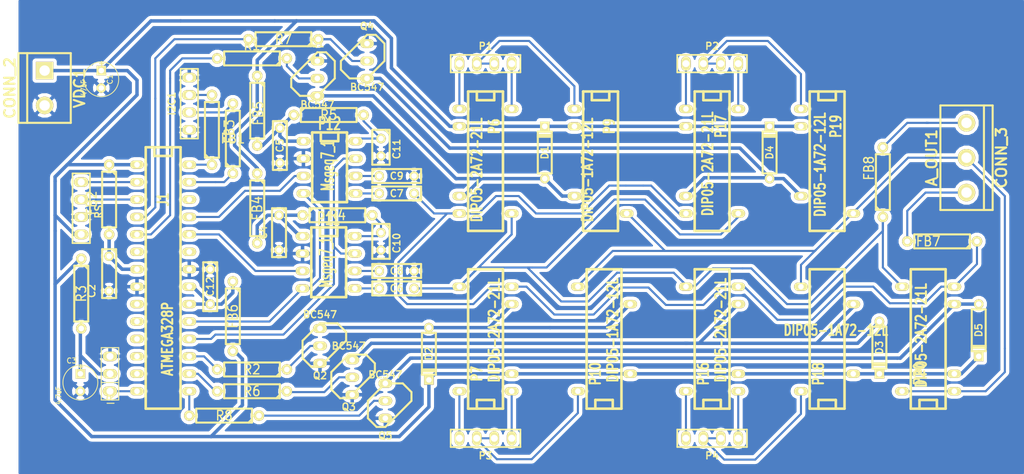
<source format=kicad_pcb>
(kicad_pcb (version 3) (host pcbnew "(2013-may-18)-stable")
  (layers (15 F.Cu signal) (0 B.Cu signal) (19 F.Paste user) (21 F.SilkS user) (23 F.Mask user) (28 Edge.Cuts user))
  (net 0 "")
  (net 1 /5V)
  (net 2 /CH1)
  (net 3 /CH2)
  (net 4 /CH3)
  (net 5 /CH4)
  (net 6 /EN_MUTE)
  (net 7 /EQ7_DATA_L)
  (net 8 /EQ7_DATA_R)
  (net 9 /EQ7_RST)
  (net 10 /EQ7_STROBE)
  (net 11 /G_IN1)
  (net 12 /G_IN2)
  (net 13 /G_IN3)
  (net 14 /G_IN4)
  (net 15 /G_OUT)
  (net 16 /IR)
  (net 17 /L_IN1)
  (net 18 /L_IN2)
  (net 19 /L_IN3)
  (net 20 /L_IN4)
  (net 21 /L_OUT)
  (net 22 /RX)
  (net 23 /R_IN1)
  (net 24 /R_IN2)
  (net 25 /R_IN3)
  (net 26 /R_IN4)
  (net 27 /R_OUT)
  (net 28 /SCL)
  (net 29 /SDA)
  (net 30 /TX)
  (net 31 GND)
  (net 32 N-000001)
  (net 33 N-00000100)
  (net 34 N-00000102)
  (net 35 N-00000104)
  (net 36 N-00000106)
  (net 37 N-00000116)
  (net 38 N-00000132)
  (net 39 N-00000134)
  (net 40 N-00000136)
  (net 41 N-00000139)
  (net 42 N-00000140)
  (net 43 N-00000141)
  (net 44 N-00000144)
  (net 45 N-0000035)
  (net 46 N-0000037)
  (net 47 N-000004)
  (net 48 N-0000075)
  (net 49 N-0000081)
  (net 50 N-0000089)
  (net 51 N-0000091)
  (net 52 N-0000093)
  (net 53 N-0000094)
  (net 54 N-0000096)
  (net 55 N-0000098)
  (net 56 N-0000099)
  (module R4 (layer F.Cu) (at 113.792 57.658 180)
    (fp_text reference R1 (at 0 1.905 180) (layer F.SilkS) (effects (font (size 1.397 1.27) (thickness 0.2032))))
    (fp_text value 12K hide)
    (pad 1 thru_hole circle (at -5.08 0 180) (size 1.524 1.524) (drill 0.8128) (layers *.Cu *.Mask F.SilkS) (net 38 N-00000132))
    (pad 2 thru_hole circle (at 5.08 0 180) (size 1.524 1.524) (drill 0.8128) (layers *.Cu *.Mask F.SilkS) (net 2 /CH1))
  )
  (module PIN_ARRAY_3X1 (layer F.Cu) (at 93.091 103.632 90)
    (fp_text reference IR1 (at -3.302 0.127 90) (layer F.SilkS) (effects (font (size 1.016 1.016) (thickness 0.1524))))
    (fp_text value CONN_3 hide)
    (pad 1 thru_hole oval (at -2.54 0 90) (size 1.4 2.1) (drill 1.016) (layers *.Cu *.Mask F.SilkS) (net 16 /IR))
    (pad 2 thru_hole oval (at 0 0 90) (size 1.4 2.1) (drill 1.016) (layers *.Cu *.Mask F.SilkS) (net 37 N-00000116))
    (pad 3 thru_hole oval (at 2.54 0 90) (size 1.4 2.1) (drill 1.016) (layers *.Cu *.Mask F.SilkS) (net 31 GND))
  )
  (module DIP-28__300 (layer F.Cu) (at 100.838 89.662 270)
    (fp_text reference J1 (at -11.43 0 270) (layer F.SilkS) (effects (font (size 1.524 1.143) (thickness 0.3048))))
    (fp_text value ATMEGA328P (at 8.89 -0.635 270) (layer F.SilkS) (effects (font (size 1.524 1.143) (thickness 0.3048))))
    (pad 2 thru_hole oval (at -13.97 3.81 270) (size 1.2 2) (drill 0.8128) (layers *.Cu *.Mask F.SilkS) (net 22 /RX))
    (pad 3 thru_hole oval (at -11.43 3.81 270) (size 1.2 2) (drill 0.8128) (layers *.Cu *.Mask F.SilkS) (net 30 /TX))
    (pad 4 thru_hole oval (at -8.89 3.81 270) (size 1.2 2) (drill 0.8128) (layers *.Cu *.Mask F.SilkS) (net 3 /CH2))
    (pad 5 thru_hole oval (at -6.35 3.81 270) (size 1.2 2) (drill 0.8128) (layers *.Cu *.Mask F.SilkS) (net 2 /CH1))
    (pad 6 thru_hole oval (at -3.81 3.81 270) (size 1.2 2) (drill 0.8128) (layers *.Cu *.Mask F.SilkS))
    (pad 7 thru_hole oval (at -1.27 3.81 270) (size 1.2 2) (drill 0.8128) (layers *.Cu *.Mask F.SilkS) (net 54 N-0000096))
    (pad 8 thru_hole oval (at 1.27 3.81 270) (size 1.2 2) (drill 0.8128) (layers *.Cu *.Mask F.SilkS) (net 31 GND))
    (pad 9 thru_hole oval (at 3.81 3.81 270) (size 1.2 2) (drill 0.8128) (layers *.Cu *.Mask F.SilkS))
    (pad 10 thru_hole oval (at 6.35 3.81 270) (size 1.2 2) (drill 0.8128) (layers *.Cu *.Mask F.SilkS))
    (pad 11 thru_hole oval (at 8.89 3.81 270) (size 1.2 2) (drill 0.8128) (layers *.Cu *.Mask F.SilkS))
    (pad 12 thru_hole oval (at 11.43 3.81 270) (size 1.2 2) (drill 0.8128) (layers *.Cu *.Mask F.SilkS))
    (pad 13 thru_hole oval (at 13.97 3.81 270) (size 1.2 2) (drill 0.8128) (layers *.Cu *.Mask F.SilkS))
    (pad 14 thru_hole oval (at 16.51 3.81 270) (size 1.2 2) (drill 0.8128) (layers *.Cu *.Mask F.SilkS) (net 16 /IR))
    (pad 1 thru_hole oval (at -16.51 3.81 270) (size 1.2 2) (drill 0.8128) (layers *.Cu *.Mask F.SilkS) (net 1 /5V))
    (pad 15 thru_hole oval (at 16.51 -3.81 270) (size 1.2 2) (drill 0.8128) (layers *.Cu *.Mask F.SilkS) (net 6 /EN_MUTE))
    (pad 16 thru_hole oval (at 13.97 -3.81 270) (size 1.2 2) (drill 0.8128) (layers *.Cu *.Mask F.SilkS) (net 5 /CH4))
    (pad 17 thru_hole oval (at 11.43 -3.81 270) (size 1.2 2) (drill 0.8128) (layers *.Cu *.Mask F.SilkS) (net 4 /CH3))
    (pad 18 thru_hole oval (at 8.89 -3.81 270) (size 1.2 2) (drill 0.8128) (layers *.Cu *.Mask F.SilkS) (net 9 /EQ7_RST))
    (pad 19 thru_hole oval (at 6.35 -3.81 270) (size 1.2 2) (drill 0.8128) (layers *.Cu *.Mask F.SilkS) (net 10 /EQ7_STROBE))
    (pad 20 thru_hole oval (at 3.81 -3.81 270) (size 1.2 2) (drill 0.8128) (layers *.Cu *.Mask F.SilkS) (net 48 N-0000075))
    (pad 21 thru_hole oval (at 1.27 -3.81 270) (size 1.2 2) (drill 0.8128) (layers *.Cu *.Mask F.SilkS) (net 48 N-0000075))
    (pad 22 thru_hole oval (at -1.27 -3.81 270) (size 1.2 2) (drill 0.8128) (layers *.Cu *.Mask F.SilkS) (net 31 GND))
    (pad 23 thru_hole oval (at -3.81 -3.81 270) (size 1.2 2) (drill 0.8128) (layers *.Cu *.Mask F.SilkS))
    (pad 24 thru_hole oval (at -6.35 -3.81 270) (size 1.2 2) (drill 0.8128) (layers *.Cu *.Mask F.SilkS) (net 8 /EQ7_DATA_R))
    (pad 25 thru_hole oval (at -8.89 -3.81 270) (size 1.2 2) (drill 0.8128) (layers *.Cu *.Mask F.SilkS) (net 7 /EQ7_DATA_L))
    (pad 26 thru_hole oval (at -11.43 -3.81 270) (size 1.2 2) (drill 0.8128) (layers *.Cu *.Mask F.SilkS))
    (pad 27 thru_hole oval (at -13.97 -3.81 270) (size 1.2 2) (drill 0.8128) (layers *.Cu *.Mask F.SilkS) (net 29 /SDA))
    (pad 28 thru_hole oval (at -16.51 -3.81 270) (size 1.2 2) (drill 0.8128) (layers *.Cu *.Mask F.SilkS) (net 28 /SCL))
  )
  (module C2 (layer F.Cu) (at 92.964 89.027 270)
    (fp_text reference C2 (at 2.54 2.54 270) (layer F.SilkS) (effects (font (size 1.016 1.016) (thickness 0.2032))))
    (fp_text value 100nF hide)
    (pad 1 thru_hole circle (at -2.54 0 270) (size 1.397 1.397) (drill 0.8128) (layers *.Cu *.Mask F.SilkS) (net 54 N-0000096))
    (pad 2 thru_hole circle (at 2.54 0 270) (size 1.397 1.397) (drill 0.8128) (layers *.Cu *.Mask F.SilkS) (net 31 GND))
  )
  (module C2 (layer F.Cu) (at 117.729 83.058 270)
    (fp_text reference C4 (at 0 2.286 270) (layer F.SilkS) (effects (font (size 1.016 1.016) (thickness 0.2032))))
    (fp_text value 100nF hide)
    (pad 1 thru_hole circle (at -2.54 0 270) (size 1.397 1.397) (drill 0.8128) (layers *.Cu *.Mask F.SilkS) (net 44 N-00000144))
    (pad 2 thru_hole circle (at 2.54 0 270) (size 1.397 1.397) (drill 0.8128) (layers *.Cu *.Mask F.SilkS) (net 31 GND))
  )
  (module C1V5 (layer F.Cu) (at 88.773 104.902 270)
    (fp_text reference C3 (at -3.175 1.27 360) (layer F.SilkS) (effects (font (size 0.762 0.762) (thickness 0.127))))
    (fp_text value 4.7uF (at 1.905 3.175 270) (layer F.SilkS) (effects (font (size 0.762 0.635) (thickness 0.127))))
    (fp_text user + (at -2.286 0 270) (layer F.SilkS) (effects (font (size 0.762 0.762) (thickness 0.2032))))
    (pad 1 thru_hole rect (at -1.27 0 270) (size 1.397 1.397) (drill 0.8128) (layers *.Cu *.Mask F.SilkS) (net 37 N-00000116))
    (pad 2 thru_hole circle (at 1.27 0 270) (size 1.397 1.397) (drill 0.8128) (layers *.Cu *.Mask F.SilkS) (net 31 GND))
  )
  (module C1V5 (layer F.Cu) (at 91.821 60.706 270)
    (fp_text reference C1 (at 0 -1.26746 270) (layer F.SilkS) (effects (font (size 0.762 0.762) (thickness 0.127))))
    (fp_text value 47uF (at 1.27 2.54 270) (layer F.SilkS) (effects (font (size 0.762 0.635) (thickness 0.127))))
    (fp_text user + (at -2.286 0 270) (layer F.SilkS) (effects (font (size 0.762 0.762) (thickness 0.2032))))
    (pad 1 thru_hole rect (at -1.27 0 270) (size 1.397 1.397) (drill 0.8128) (layers *.Cu *.Mask F.SilkS) (net 1 /5V))
    (pad 2 thru_hole circle (at 1.27 0 270) (size 1.397 1.397) (drill 0.8128) (layers *.Cu *.Mask F.SilkS) (net 31 GND))
  )
  (module R4 (layer F.Cu) (at 110.998 69.342 90)
    (fp_text reference FB1 (at 0 0 180) (layer F.SilkS) (effects (font (size 1.397 1.27) (thickness 0.2032))))
    (fp_text value FILTER hide)
    (pad 1 thru_hole circle (at -5.08 0 90) (size 1.524 1.524) (drill 0.8128) (layers *.Cu *.Mask F.SilkS) (net 29 /SDA))
    (pad 2 thru_hole circle (at 5.08 0 90) (size 1.524 1.524) (drill 0.8128) (layers *.Cu *.Mask F.SilkS) (net 34 N-00000102))
  )
  (module R4 (layer F.Cu) (at 92.964 78.232 270)
    (fp_text reference FB2 (at 0.508 2.54 270) (layer F.SilkS) (effects (font (size 1.397 1.27) (thickness 0.2032))))
    (fp_text value FILTER hide)
    (pad 1 thru_hole circle (at -5.08 0 270) (size 1.524 1.524) (drill 0.8128) (layers *.Cu *.Mask F.SilkS) (net 1 /5V))
    (pad 2 thru_hole circle (at 5.08 0 270) (size 1.524 1.524) (drill 0.8128) (layers *.Cu *.Mask F.SilkS) (net 54 N-0000096))
  )
  (module TO92 (layer F.Cu) (at 124.968 100.076)
    (fp_text reference Q2 (at -1.27 3.81) (layer F.SilkS) (effects (font (size 1.016 1.016) (thickness 0.2032))))
    (fp_text value BC547 (at -1.27 -5.08) (layer F.SilkS) (effects (font (size 1.016 1.016) (thickness 0.2032))))
    (pad 1 thru_hole oval (at -1.27 -3.048) (size 2 1.3) (drill 0.8128) (layers *.Cu *.Mask F.SilkS) (net 45 N-0000035))
    (pad 2 thru_hole oval (at -1.27 -0.508) (size 2 1.3) (drill 0.8128) (layers *.Cu *.Mask F.SilkS) (net 47 N-000004))
    (pad 3 thru_hole oval (at -1.27 2.032) (size 2 1.3) (drill 0.8128) (layers *.Cu *.Mask F.SilkS) (net 31 GND))
  )
  (module TO92 (layer F.Cu) (at 129.286 56.769 180)
    (fp_text reference Q4 (at -1.27 3.81 180) (layer F.SilkS) (effects (font (size 1.016 1.016) (thickness 0.2032))))
    (fp_text value BC547 (at -1.27 -5.08 180) (layer F.SilkS) (effects (font (size 1.016 1.016) (thickness 0.2032))))
    (pad 1 thru_hole oval (at -1.27 -3.81 180) (size 2 1.3) (drill 0.8128) (layers *.Cu *.Mask F.SilkS) (net 51 N-0000091))
    (pad 2 thru_hole oval (at -1.27 -1.27 180) (size 2 1.3) (drill 0.8128) (layers *.Cu *.Mask F.SilkS) (net 32 N-000001))
    (pad 3 thru_hole oval (at -1.27 1.27 180) (size 2 1.3) (drill 0.8128) (layers *.Cu *.Mask F.SilkS) (net 31 GND))
  )
  (module TO92 (layer F.Cu) (at 129.159 104.648)
    (fp_text reference Q3 (at -1.27 3.81) (layer F.SilkS) (effects (font (size 1.016 1.016) (thickness 0.2032))))
    (fp_text value BC547 (at -1.27 -5.08) (layer F.SilkS) (effects (font (size 1.016 1.016) (thickness 0.2032))))
    (pad 1 thru_hole oval (at -0.762 -3.048) (size 2 1.3) (drill 0.8128) (layers *.Cu *.Mask F.SilkS) (net 46 N-0000037))
    (pad 2 thru_hole oval (at -0.762 -0.508) (size 2 1.3) (drill 0.8128) (layers *.Cu *.Mask F.SilkS) (net 39 N-00000134))
    (pad 3 thru_hole oval (at -0.762 2.032) (size 2 1.3) (drill 0.8128) (layers *.Cu *.Mask F.SilkS) (net 31 GND))
  )
  (module TO92 (layer F.Cu) (at 122.047 59.309 180)
    (fp_text reference Q1 (at -1.27 3.81 180) (layer F.SilkS) (effects (font (size 1.016 1.016) (thickness 0.2032))))
    (fp_text value BC547 (at -1.27 -5.08 180) (layer F.SilkS) (effects (font (size 1.016 1.016) (thickness 0.2032))))
    (pad 1 thru_hole oval (at -1.27 -3.81 180) (size 2 1.3) (drill 0.8128) (layers *.Cu *.Mask F.SilkS) (net 40 N-00000136))
    (pad 2 thru_hole oval (at -1.27 -1.27 180) (size 2 1.3) (drill 0.8128) (layers *.Cu *.Mask F.SilkS) (net 38 N-00000132))
    (pad 3 thru_hole oval (at -1.27 1.27 180) (size 2 1.3) (drill 0.8128) (layers *.Cu *.Mask F.SilkS) (net 31 GND))
  )
  (module TO92 (layer F.Cu) (at 134.493 108.839)
    (fp_text reference Q5 (at -1.27 3.81) (layer F.SilkS) (effects (font (size 1.016 1.016) (thickness 0.2032))))
    (fp_text value BC547 (at -1.27 -5.08) (layer F.SilkS) (effects (font (size 1.016 1.016) (thickness 0.2032))))
    (pad 1 thru_hole oval (at -1.27 -3.81) (size 2 1.3) (drill 0.8128) (layers *.Cu *.Mask F.SilkS) (net 50 N-0000089))
    (pad 2 thru_hole oval (at -1.27 -1.27) (size 2 1.3) (drill 0.8128) (layers *.Cu *.Mask F.SilkS) (net 49 N-0000081))
    (pad 3 thru_hole oval (at -1.27 1.27) (size 2 1.3) (drill 0.8128) (layers *.Cu *.Mask F.SilkS) (net 31 GND))
  )
  (module R4 (layer F.Cu) (at 118.364 54.864 180)
    (fp_text reference R7 (at 0 0 180) (layer F.SilkS) (effects (font (size 1.397 1.27) (thickness 0.2032))))
    (fp_text value 12K hide)
    (pad 1 thru_hole circle (at -5.08 0 180) (size 1.524 1.524) (drill 0.8128) (layers *.Cu *.Mask F.SilkS) (net 32 N-000001))
    (pad 2 thru_hole circle (at 5.08 0 180) (size 1.524 1.524) (drill 0.8128) (layers *.Cu *.Mask F.SilkS) (net 3 /CH2))
  )
  (module R4 (layer F.Cu) (at 113.792 102.997 180)
    (fp_text reference R2 (at 0 0 180) (layer F.SilkS) (effects (font (size 1.397 1.27) (thickness 0.2032))))
    (fp_text value 12K hide)
    (pad 1 thru_hole circle (at -5.08 0 180) (size 1.524 1.524) (drill 0.8128) (layers *.Cu *.Mask F.SilkS) (net 47 N-000004))
    (pad 2 thru_hole circle (at 5.08 0 180) (size 1.524 1.524) (drill 0.8128) (layers *.Cu *.Mask F.SilkS) (net 4 /CH3))
  )
  (module R4 (layer F.Cu) (at 113.792 106.172 180)
    (fp_text reference R6 (at 0 0 180) (layer F.SilkS) (effects (font (size 1.397 1.27) (thickness 0.2032))))
    (fp_text value 12K hide)
    (pad 1 thru_hole circle (at -5.08 0 180) (size 1.524 1.524) (drill 0.8128) (layers *.Cu *.Mask F.SilkS) (net 39 N-00000134))
    (pad 2 thru_hole circle (at 5.08 0 180) (size 1.524 1.524) (drill 0.8128) (layers *.Cu *.Mask F.SilkS) (net 5 /CH4))
  )
  (module R4 (layer F.Cu) (at 88.9 91.948 270)
    (fp_text reference R3 (at 0 0 270) (layer F.SilkS) (effects (font (size 1.397 1.27) (thickness 0.2032))))
    (fp_text value 100R hide)
    (pad 1 thru_hole circle (at -5.08 0 270) (size 1.524 1.524) (drill 0.8128) (layers *.Cu *.Mask F.SilkS) (net 1 /5V))
    (pad 2 thru_hole circle (at 5.08 0 270) (size 1.524 1.524) (drill 0.8128) (layers *.Cu *.Mask F.SilkS) (net 37 N-00000116))
  )
  (module R4 (layer F.Cu) (at 114.554 79.502 270)
    (fp_text reference FB4 (at 0 0 270) (layer F.SilkS) (effects (font (size 1.397 1.27) (thickness 0.2032))))
    (fp_text value FILTER hide)
    (pad 1 thru_hole circle (at -5.08 0 270) (size 1.524 1.524) (drill 0.8128) (layers *.Cu *.Mask F.SilkS) (net 1 /5V))
    (pad 2 thru_hole circle (at 5.08 0 270) (size 1.524 1.524) (drill 0.8128) (layers *.Cu *.Mask F.SilkS) (net 44 N-00000144))
  )
  (module R4 (layer F.Cu) (at 126.238 80.518)
    (fp_text reference R4 (at 0 0) (layer F.SilkS) (effects (font (size 1.397 1.27) (thickness 0.2032))))
    (fp_text value 200K hide)
    (pad 1 thru_hole circle (at -5.08 0) (size 1.524 1.524) (drill 0.8128) (layers *.Cu *.Mask F.SilkS) (net 44 N-00000144))
    (pad 2 thru_hole circle (at 5.08 0) (size 1.524 1.524) (drill 0.8128) (layers *.Cu *.Mask F.SilkS) (net 43 N-00000141))
  )
  (module R4 (layer F.Cu) (at 114.554 65.278 270)
    (fp_text reference FB5 (at 0.381 -0.127 270) (layer F.SilkS) (effects (font (size 1.397 1.27) (thickness 0.2032))))
    (fp_text value FILTER hide)
    (pad 1 thru_hole circle (at -5.08 0 270) (size 1.524 1.524) (drill 0.8128) (layers *.Cu *.Mask F.SilkS) (net 1 /5V))
    (pad 2 thru_hole circle (at 5.08 0 270) (size 1.524 1.524) (drill 0.8128) (layers *.Cu *.Mask F.SilkS) (net 36 N-00000106))
  )
  (module R4 (layer F.Cu) (at 124.968 65.913)
    (fp_text reference R5 (at 0 0) (layer F.SilkS) (effects (font (size 1.397 1.27) (thickness 0.2032))))
    (fp_text value 200K hide)
    (pad 1 thru_hole circle (at -5.08 0) (size 1.524 1.524) (drill 0.8128) (layers *.Cu *.Mask F.SilkS) (net 36 N-00000106))
    (pad 2 thru_hole circle (at 5.08 0) (size 1.524 1.524) (drill 0.8128) (layers *.Cu *.Mask F.SilkS) (net 33 N-00000100))
  )
  (module R4 (layer F.Cu) (at 214.376 84.328 180)
    (fp_text reference FB7 (at 2.032 0 180) (layer F.SilkS) (effects (font (size 1.397 1.27) (thickness 0.2032))))
    (fp_text value FILTER hide)
    (pad 1 thru_hole circle (at -5.08 0 180) (size 1.524 1.524) (drill 0.8128) (layers *.Cu *.Mask F.SilkS) (net 21 /L_OUT))
    (pad 2 thru_hole circle (at 5.08 0 180) (size 1.524 1.524) (drill 0.8128) (layers *.Cu *.Mask F.SilkS) (net 53 N-0000094))
  )
  (module R4 (layer F.Cu) (at 107.95 68.072 90)
    (fp_text reference FB3 (at -0.254 2.54 90) (layer F.SilkS) (effects (font (size 1.397 1.27) (thickness 0.2032))))
    (fp_text value FILTER hide)
    (pad 1 thru_hole circle (at -5.08 0 90) (size 1.524 1.524) (drill 0.8128) (layers *.Cu *.Mask F.SilkS) (net 28 /SCL))
    (pad 2 thru_hole circle (at 5.08 0 90) (size 1.524 1.524) (drill 0.8128) (layers *.Cu *.Mask F.SilkS) (net 35 N-00000104))
  )
  (module R4 (layer F.Cu) (at 110.998 95.25 270)
    (fp_text reference FB6 (at 0 0 270) (layer F.SilkS) (effects (font (size 1.397 1.27) (thickness 0.2032))))
    (fp_text value FILTER hide)
    (pad 1 thru_hole circle (at -5.08 0 270) (size 1.524 1.524) (drill 0.8128) (layers *.Cu *.Mask F.SilkS) (net 48 N-0000075))
    (pad 2 thru_hole circle (at 5.08 0 270) (size 1.524 1.524) (drill 0.8128) (layers *.Cu *.Mask F.SilkS) (net 1 /5V))
  )
  (module R4 (layer F.Cu) (at 205.74 75.692 90)
    (fp_text reference FB8 (at 2.032 -2.032 90) (layer F.SilkS) (effects (font (size 1.397 1.27) (thickness 0.2032))))
    (fp_text value FILTER hide)
    (pad 1 thru_hole circle (at -5.08 0 90) (size 1.524 1.524) (drill 0.8128) (layers *.Cu *.Mask F.SilkS) (net 27 /R_OUT))
    (pad 2 thru_hole circle (at 5.08 0 90) (size 1.524 1.524) (drill 0.8128) (layers *.Cu *.Mask F.SilkS) (net 52 N-0000093))
  )
  (module R4 (layer F.Cu) (at 109.728 109.728 180)
    (fp_text reference R8 (at 0 0 180) (layer F.SilkS) (effects (font (size 1.397 1.27) (thickness 0.2032))))
    (fp_text value 12K hide)
    (pad 1 thru_hole circle (at -5.08 0 180) (size 1.524 1.524) (drill 0.8128) (layers *.Cu *.Mask F.SilkS) (net 49 N-0000081))
    (pad 2 thru_hole circle (at 5.08 0 180) (size 1.524 1.524) (drill 0.8128) (layers *.Cu *.Mask F.SilkS) (net 6 /EN_MUTE))
  )
  (module PIN_ARRAY_4x1 (layer F.Cu) (at 88.9 79.502 270)
    (fp_text reference RS1 (at 0 -2.54 270) (layer F.SilkS) (effects (font (size 1.016 1.016) (thickness 0.2032))))
    (fp_text value CONN_4 hide)
    (pad 1 thru_hole oval (at -3.81 0 270) (size 1.4 2.1) (drill 1.016) (layers *.Cu *.Mask F.SilkS) (net 22 /RX))
    (pad 2 thru_hole oval (at -1.27 0 270) (size 1.4 2.1) (drill 1.016) (layers *.Cu *.Mask F.SilkS) (net 30 /TX))
    (pad 3 thru_hole oval (at 1.27 0 270) (size 1.4 2.1) (drill 1.016) (layers *.Cu *.Mask F.SilkS) (net 31 GND))
    (pad 4 thru_hole oval (at 3.81 0 270) (size 1.4 2.1) (drill 1.016) (layers *.Cu *.Mask F.SilkS) (net 1 /5V))
  )
  (module DIP-8__300_ELL (layer F.Cu) (at 124.968 87.376 270)
    (fp_text reference P11 (at -6.35 0 360) (layer F.SilkS) (effects (font (size 1.778 1.143) (thickness 0.3048))))
    (fp_text value Msgeq7_1 (at 0 0.381 270) (layer F.SilkS) (effects (font (size 1.778 1.016) (thickness 0.3048))))
    (pad 1 thru_hole oval (at -3.81 3.81 270) (size 1.2 2) (drill 0.8128) (layers *.Cu *.Mask F.SilkS) (net 44 N-00000144))
    (pad 2 thru_hole oval (at -1.27 3.81 270) (size 1.2 2) (drill 0.8128) (layers *.Cu *.Mask F.SilkS) (net 31 GND))
    (pad 3 thru_hole oval (at 1.27 3.81 270) (size 1.2 2) (drill 0.8128) (layers *.Cu *.Mask F.SilkS) (net 8 /EQ7_DATA_R))
    (pad 4 thru_hole oval (at 3.81 3.81 270) (size 1.2 2) (drill 0.8128) (layers *.Cu *.Mask F.SilkS) (net 10 /EQ7_STROBE))
    (pad 5 thru_hole oval (at 3.81 -3.81 270) (size 1.2 2) (drill 0.8128) (layers *.Cu *.Mask F.SilkS) (net 41 N-00000139))
    (pad 6 thru_hole oval (at 1.27 -3.81 270) (size 1.2 2) (drill 0.8128) (layers *.Cu *.Mask F.SilkS) (net 42 N-00000140))
    (pad 7 thru_hole oval (at -1.27 -3.81 270) (size 1.2 2) (drill 0.8128) (layers *.Cu *.Mask F.SilkS) (net 9 /EQ7_RST))
    (pad 8 thru_hole oval (at -3.81 -3.81 270) (size 1.2 2) (drill 0.8128) (layers *.Cu *.Mask F.SilkS) (net 43 N-00000141))
  )
  (module DIP-8__300_ELL (layer F.Cu) (at 125.095 73.533 270)
    (fp_text reference P12 (at -6.35 0 360) (layer F.SilkS) (effects (font (size 1.778 1.143) (thickness 0.3048))))
    (fp_text value Msgeq7_1 (at -0.254 0.254 270) (layer F.SilkS) (effects (font (size 1.778 1.016) (thickness 0.3048))))
    (pad 1 thru_hole oval (at -3.81 3.81 270) (size 1.2 2) (drill 0.8128) (layers *.Cu *.Mask F.SilkS) (net 36 N-00000106))
    (pad 2 thru_hole oval (at -1.27 3.81 270) (size 1.2 2) (drill 0.8128) (layers *.Cu *.Mask F.SilkS) (net 31 GND))
    (pad 3 thru_hole oval (at 1.27 3.81 270) (size 1.2 2) (drill 0.8128) (layers *.Cu *.Mask F.SilkS) (net 7 /EQ7_DATA_L))
    (pad 4 thru_hole oval (at 3.81 3.81 270) (size 1.2 2) (drill 0.8128) (layers *.Cu *.Mask F.SilkS) (net 10 /EQ7_STROBE))
    (pad 5 thru_hole oval (at 3.81 -3.81 270) (size 1.2 2) (drill 0.8128) (layers *.Cu *.Mask F.SilkS) (net 55 N-0000098))
    (pad 6 thru_hole oval (at 1.27 -3.81 270) (size 1.2 2) (drill 0.8128) (layers *.Cu *.Mask F.SilkS) (net 56 N-0000099))
    (pad 7 thru_hole oval (at -1.27 -3.81 270) (size 1.2 2) (drill 0.8128) (layers *.Cu *.Mask F.SilkS) (net 9 /EQ7_RST))
    (pad 8 thru_hole oval (at -3.81 -3.81 270) (size 1.2 2) (drill 0.8128) (layers *.Cu *.Mask F.SilkS) (net 33 N-00000100))
  )
  (module DIP-14__300_ELL (layer F.Cu) (at 147.828 72.644 270)
    (fp_text reference P6 (at -5.08 -1.27 270) (layer F.SilkS) (effects (font (size 1.524 1.143) (thickness 0.3048))))
    (fp_text value DIP05-2A72-21L (at 1.27 1.27 270) (layer F.SilkS) (effects (font (size 1.524 1.143) (thickness 0.3048))))
    (pad 1 thru_hole oval (at -7.62 3.81 270) (size 1.2 2) (drill 0.8128) (layers *.Cu *.Mask F.SilkS) (net 17 /L_IN1))
    (pad 2 thru_hole oval (at -5.08 3.81 270) (size 1.2 2) (drill 0.8128) (layers *.Cu *.Mask F.SilkS) (net 1 /5V))
    (pad 6 thru_hole oval (at 5.08 3.81 270) (size 1.2 2) (drill 0.8128) (layers *.Cu *.Mask F.SilkS) (net 40 N-00000136))
    (pad 7 thru_hole oval (at 7.62 3.81 270) (size 1.2 2) (drill 0.8128) (layers *.Cu *.Mask F.SilkS) (net 21 /L_OUT))
    (pad 8 thru_hole oval (at 7.62 -3.81 270) (size 1.2 2) (drill 0.8128) (layers *.Cu *.Mask F.SilkS) (net 27 /R_OUT))
    (pad 14 thru_hole oval (at -7.62 -3.81 270) (size 1.2 2) (drill 0.8128) (layers *.Cu *.Mask F.SilkS) (net 23 /R_IN1))
  )
  (module DIP-14__300_ELL (layer F.Cu) (at 147.828 98.552 90)
    (fp_text reference P7 (at -5.08 -1.27 90) (layer F.SilkS) (effects (font (size 1.524 1.143) (thickness 0.3048))))
    (fp_text value DIP05-2A72-21L (at 1.27 1.27 90) (layer F.SilkS) (effects (font (size 1.524 1.143) (thickness 0.3048))))
    (pad 1 thru_hole oval (at -7.62 3.81 90) (size 1.2 2) (drill 0.8128) (layers *.Cu *.Mask F.SilkS) (net 19 /L_IN3))
    (pad 2 thru_hole oval (at -5.08 3.81 90) (size 1.2 2) (drill 0.8128) (layers *.Cu *.Mask F.SilkS) (net 1 /5V))
    (pad 6 thru_hole oval (at 5.08 3.81 90) (size 1.2 2) (drill 0.8128) (layers *.Cu *.Mask F.SilkS) (net 45 N-0000035))
    (pad 7 thru_hole oval (at 7.62 3.81 90) (size 1.2 2) (drill 0.8128) (layers *.Cu *.Mask F.SilkS) (net 21 /L_OUT))
    (pad 8 thru_hole oval (at 7.62 -3.81 90) (size 1.2 2) (drill 0.8128) (layers *.Cu *.Mask F.SilkS) (net 27 /R_OUT))
    (pad 14 thru_hole oval (at -7.62 -3.81 90) (size 1.2 2) (drill 0.8128) (layers *.Cu *.Mask F.SilkS) (net 25 /R_IN3))
  )
  (module DIP-14__300_ELL (layer F.Cu) (at 197.612 98.552 90)
    (fp_text reference P18 (at -5.08 -1.27 90) (layer F.SilkS) (effects (font (size 1.524 1.143) (thickness 0.3048))))
    (fp_text value DIP05-1A72-12L (at 1.27 1.27 180) (layer F.SilkS) (effects (font (size 1.524 1.143) (thickness 0.3048))))
    (pad 2 thru_hole oval (at -5.08 3.81 90) (size 1.2 2) (drill 0.8128) (layers *.Cu *.Mask F.SilkS) (net 1 /5V))
    (pad 6 thru_hole oval (at 5.08 3.81 90) (size 1.2 2) (drill 0.8128) (layers *.Cu *.Mask F.SilkS) (net 46 N-0000037))
    (pad 8 thru_hole oval (at 7.62 -3.81 90) (size 1.2 2) (drill 0.8128) (layers *.Cu *.Mask F.SilkS) (net 15 /G_OUT))
    (pad 14 thru_hole oval (at -7.62 -3.81 90) (size 1.2 2) (drill 0.8128) (layers *.Cu *.Mask F.SilkS) (net 14 /G_IN4))
  )
  (module DIP-14__300_ELL (layer F.Cu) (at 164.592 72.644 270)
    (fp_text reference P9 (at -5.08 -1.27 270) (layer F.SilkS) (effects (font (size 1.524 1.143) (thickness 0.3048))))
    (fp_text value DIP05-1A72-12L (at 1.27 1.905 270) (layer F.SilkS) (effects (font (size 1.524 1.143) (thickness 0.3048))))
    (pad 1 thru_hole oval (at -7.62 3.81 270) (size 1.2 2) (drill 0.8128) (layers *.Cu *.Mask F.SilkS) (net 11 /G_IN1))
    (pad 2 thru_hole oval (at -5.08 3.81 270) (size 1.2 2) (drill 0.8128) (layers *.Cu *.Mask F.SilkS) (net 1 /5V))
    (pad 6 thru_hole oval (at 5.08 3.81 270) (size 1.2 2) (drill 0.8128) (layers *.Cu *.Mask F.SilkS) (net 40 N-00000136))
    (pad 8 thru_hole oval (at 7.62 -3.81 270) (size 1.2 2) (drill 0.8128) (layers *.Cu *.Mask F.SilkS) (net 15 /G_OUT))
  )
  (module DIP-14__300_ELL (layer F.Cu) (at 165.1 98.552 90)
    (fp_text reference P10 (at -5.08 -1.27 90) (layer F.SilkS) (effects (font (size 1.524 1.143) (thickness 0.3048))))
    (fp_text value DIP05-1A72-12L (at 1.27 1.27 90) (layer F.SilkS) (effects (font (size 1.524 1.143) (thickness 0.3048))))
    (pad 2 thru_hole oval (at -5.08 3.81 90) (size 1.2 2) (drill 0.8128) (layers *.Cu *.Mask F.SilkS) (net 1 /5V))
    (pad 6 thru_hole oval (at 5.08 3.81 90) (size 1.2 2) (drill 0.8128) (layers *.Cu *.Mask F.SilkS) (net 45 N-0000035))
    (pad 8 thru_hole oval (at 7.62 -3.81 90) (size 1.2 2) (drill 0.8128) (layers *.Cu *.Mask F.SilkS) (net 15 /G_OUT))
    (pad 14 thru_hole oval (at -7.62 -3.81 90) (size 1.2 2) (drill 0.8128) (layers *.Cu *.Mask F.SilkS) (net 13 /G_IN3))
  )
  (module DIP-14__300_ELL (layer F.Cu) (at 180.848 72.644 270)
    (fp_text reference P17 (at -5.08 -1.27 270) (layer F.SilkS) (effects (font (size 1.524 1.143) (thickness 0.3048))))
    (fp_text value DIP05-2A72-21L (at 0.381 0.635 270) (layer F.SilkS) (effects (font (size 1.524 1.143) (thickness 0.3048))))
    (pad 1 thru_hole oval (at -7.62 3.81 270) (size 1.2 2) (drill 0.8128) (layers *.Cu *.Mask F.SilkS) (net 18 /L_IN2))
    (pad 2 thru_hole oval (at -5.08 3.81 270) (size 1.2 2) (drill 0.8128) (layers *.Cu *.Mask F.SilkS) (net 1 /5V))
    (pad 6 thru_hole oval (at 5.08 3.81 270) (size 1.2 2) (drill 0.8128) (layers *.Cu *.Mask F.SilkS) (net 51 N-0000091))
    (pad 7 thru_hole oval (at 7.62 3.81 270) (size 1.2 2) (drill 0.8128) (layers *.Cu *.Mask F.SilkS) (net 21 /L_OUT))
    (pad 8 thru_hole oval (at 7.62 -3.81 270) (size 1.2 2) (drill 0.8128) (layers *.Cu *.Mask F.SilkS) (net 27 /R_OUT))
    (pad 14 thru_hole oval (at -7.62 -3.81 270) (size 1.2 2) (drill 0.8128) (layers *.Cu *.Mask F.SilkS) (net 24 /R_IN2))
  )
  (module DIP-14__300_ELL (layer F.Cu) (at 212.344 98.552 90)
    (fp_text reference P20 (at -5.08 -1.27 90) (layer F.SilkS) (effects (font (size 1.524 1.143) (thickness 0.3048))))
    (fp_text value DIP05-2A72-21L (at 0.508 -1.016 90) (layer F.SilkS) (effects (font (size 1.524 1.143) (thickness 0.3048))))
    (pad 1 thru_hole oval (at -7.62 3.81 90) (size 1.2 2) (drill 0.8128) (layers *.Cu *.Mask F.SilkS) (net 15 /G_OUT))
    (pad 2 thru_hole oval (at -5.08 3.81 90) (size 1.2 2) (drill 0.8128) (layers *.Cu *.Mask F.SilkS) (net 1 /5V))
    (pad 6 thru_hole oval (at 5.08 3.81 90) (size 1.2 2) (drill 0.8128) (layers *.Cu *.Mask F.SilkS) (net 50 N-0000089))
    (pad 7 thru_hole oval (at 7.62 3.81 90) (size 1.2 2) (drill 0.8128) (layers *.Cu *.Mask F.SilkS) (net 21 /L_OUT))
    (pad 8 thru_hole oval (at 7.62 -3.81 90) (size 1.2 2) (drill 0.8128) (layers *.Cu *.Mask F.SilkS) (net 27 /R_OUT))
    (pad 14 thru_hole oval (at -7.62 -3.81 90) (size 1.2 2) (drill 0.8128) (layers *.Cu *.Mask F.SilkS) (net 15 /G_OUT))
  )
  (module DIP-14__300_ELL (layer F.Cu) (at 197.612 72.644 270)
    (fp_text reference P19 (at -5.08 -1.27 270) (layer F.SilkS) (effects (font (size 1.524 1.143) (thickness 0.3048))))
    (fp_text value DIP05-1A72-12L (at 0.508 1.016 270) (layer F.SilkS) (effects (font (size 1.524 1.143) (thickness 0.3048))))
    (pad 1 thru_hole oval (at -7.62 3.81 270) (size 1.2 2) (drill 0.8128) (layers *.Cu *.Mask F.SilkS) (net 12 /G_IN2))
    (pad 2 thru_hole oval (at -5.08 3.81 270) (size 1.2 2) (drill 0.8128) (layers *.Cu *.Mask F.SilkS) (net 1 /5V))
    (pad 6 thru_hole oval (at 5.08 3.81 270) (size 1.2 2) (drill 0.8128) (layers *.Cu *.Mask F.SilkS) (net 51 N-0000091))
    (pad 8 thru_hole oval (at 7.62 -3.81 270) (size 1.2 2) (drill 0.8128) (layers *.Cu *.Mask F.SilkS) (net 15 /G_OUT))
  )
  (module D3 (layer F.Cu) (at 219.71 97.282 270)
    (fp_text reference D5 (at 0 0 270) (layer F.SilkS) (effects (font (size 1.016 1.016) (thickness 0.2032))))
    (fp_text value DIODE hide)
    (pad 2 thru_hole rect (at 3.81 0 270) (size 1.397 1.397) (drill 0.8128) (layers *.Cu *.Mask F.SilkS) (net 1 /5V))
    (pad 1 thru_hole circle (at -3.81 0 270) (size 1.397 1.397) (drill 0.8128) (layers *.Cu *.Mask F.SilkS) (net 50 N-0000089))
  )
  (module D3 (layer F.Cu) (at 189.23 71.374 90)
    (fp_text reference D4 (at 0 0 90) (layer F.SilkS) (effects (font (size 1.016 1.016) (thickness 0.2032))))
    (fp_text value DIODE hide)
    (pad 2 thru_hole rect (at 3.81 0 90) (size 1.397 1.397) (drill 0.8128) (layers *.Cu *.Mask F.SilkS) (net 1 /5V))
    (pad 1 thru_hole circle (at -3.81 0 90) (size 1.397 1.397) (drill 0.8128) (layers *.Cu *.Mask F.SilkS) (net 51 N-0000091))
  )
  (module D3 (layer F.Cu) (at 156.464 71.374 90)
    (fp_text reference D1 (at 0 0 90) (layer F.SilkS) (effects (font (size 1.016 1.016) (thickness 0.2032))))
    (fp_text value DIODE hide)
    (pad 2 thru_hole rect (at 3.81 0 90) (size 1.397 1.397) (drill 0.8128) (layers *.Cu *.Mask F.SilkS) (net 1 /5V))
    (pad 1 thru_hole circle (at -3.81 0 90) (size 1.397 1.397) (drill 0.8128) (layers *.Cu *.Mask F.SilkS) (net 40 N-00000136))
  )
  (module D3 (layer F.Cu) (at 139.573 100.711 270)
    (fp_text reference D2 (at 0 0 270) (layer F.SilkS) (effects (font (size 1.016 1.016) (thickness 0.2032))))
    (fp_text value DIODE hide)
    (pad 2 thru_hole rect (at 3.81 0 270) (size 1.397 1.397) (drill 0.8128) (layers *.Cu *.Mask F.SilkS) (net 1 /5V))
    (pad 1 thru_hole circle (at -3.81 0 270) (size 1.397 1.397) (drill 0.8128) (layers *.Cu *.Mask F.SilkS) (net 45 N-0000035))
  )
  (module D3 (layer F.Cu) (at 205.232 99.822 270)
    (fp_text reference D3 (at 0 0 270) (layer F.SilkS) (effects (font (size 1.016 1.016) (thickness 0.2032))))
    (fp_text value DIODE hide)
    (pad 2 thru_hole rect (at 3.81 0 270) (size 1.397 1.397) (drill 0.8128) (layers *.Cu *.Mask F.SilkS) (net 1 /5V))
    (pad 1 thru_hole circle (at -3.81 0 270) (size 1.397 1.397) (drill 0.8128) (layers *.Cu *.Mask F.SilkS) (net 46 N-0000037))
  )
  (module C2 (layer F.Cu) (at 134.874 91.186 180)
    (fp_text reference C6 (at 0 0 180) (layer F.SilkS) (effects (font (size 1.016 1.016) (thickness 0.2032))))
    (fp_text value 1uF hide)
    (pad 1 thru_hole circle (at -2.54 0 180) (size 1.397 1.397) (drill 0.8128) (layers *.Cu *.Mask F.SilkS) (net 27 /R_OUT))
    (pad 2 thru_hole circle (at 2.54 0 180) (size 1.397 1.397) (drill 0.8128) (layers *.Cu *.Mask F.SilkS) (net 41 N-00000139))
  )
  (module C2 (layer F.Cu) (at 134.874 88.646)
    (fp_text reference C8 (at 0 0) (layer F.SilkS) (effects (font (size 1.016 1.016) (thickness 0.2032))))
    (fp_text value 100nF hide)
    (pad 1 thru_hole circle (at -2.54 0) (size 1.397 1.397) (drill 0.8128) (layers *.Cu *.Mask F.SilkS) (net 42 N-00000140))
    (pad 2 thru_hole circle (at 2.54 0) (size 1.397 1.397) (drill 0.8128) (layers *.Cu *.Mask F.SilkS) (net 31 GND))
  )
  (module C2 (layer F.Cu) (at 134.874 77.343 180)
    (fp_text reference C7 (at 0 0 180) (layer F.SilkS) (effects (font (size 1.016 1.016) (thickness 0.2032))))
    (fp_text value 1uF hide)
    (pad 1 thru_hole circle (at -2.54 0 180) (size 1.397 1.397) (drill 0.8128) (layers *.Cu *.Mask F.SilkS) (net 21 /L_OUT))
    (pad 2 thru_hole circle (at 2.54 0 180) (size 1.397 1.397) (drill 0.8128) (layers *.Cu *.Mask F.SilkS) (net 55 N-0000098))
  )
  (module C2 (layer F.Cu) (at 134.874 74.803)
    (fp_text reference C9 (at 0 0) (layer F.SilkS) (effects (font (size 1.016 1.016) (thickness 0.2032))))
    (fp_text value 100nF hide)
    (pad 1 thru_hole circle (at -2.54 0) (size 1.397 1.397) (drill 0.8128) (layers *.Cu *.Mask F.SilkS) (net 56 N-0000099))
    (pad 2 thru_hole circle (at 2.54 0) (size 1.397 1.397) (drill 0.8128) (layers *.Cu *.Mask F.SilkS) (net 31 GND))
  )
  (module C2 (layer F.Cu) (at 117.856 70.358 270)
    (fp_text reference C5 (at 0 0 270) (layer F.SilkS) (effects (font (size 1.016 1.016) (thickness 0.2032))))
    (fp_text value 100nF hide)
    (pad 1 thru_hole circle (at -2.54 0 270) (size 1.397 1.397) (drill 0.8128) (layers *.Cu *.Mask F.SilkS) (net 36 N-00000106))
    (pad 2 thru_hole circle (at 2.54 0 270) (size 1.397 1.397) (drill 0.8128) (layers *.Cu *.Mask F.SilkS) (net 31 GND))
  )
  (module C2 (layer F.Cu) (at 107.696 90.932 270)
    (fp_text reference C12 (at 0 0 270) (layer F.SilkS) (effects (font (size 1.016 1.016) (thickness 0.2032))))
    (fp_text value 100nF hide)
    (pad 1 thru_hole circle (at -2.54 0 270) (size 1.397 1.397) (drill 0.8128) (layers *.Cu *.Mask F.SilkS) (net 31 GND))
    (pad 2 thru_hole circle (at 2.54 0 270) (size 1.397 1.397) (drill 0.8128) (layers *.Cu *.Mask F.SilkS) (net 48 N-0000075))
  )
  (module C1 (layer F.Cu) (at 132.588 84.328 270)
    (fp_text reference C10 (at 0.254 -2.286 270) (layer F.SilkS) (effects (font (size 1.016 1.016) (thickness 0.2032))))
    (fp_text value 33pF hide)
    (pad 1 thru_hole circle (at -1.27 0 270) (size 1.397 1.397) (drill 0.8128) (layers *.Cu *.Mask F.SilkS) (net 43 N-00000141))
    (pad 2 thru_hole circle (at 1.27 0 270) (size 1.397 1.397) (drill 0.8128) (layers *.Cu *.Mask F.SilkS) (net 31 GND))
  )
  (module C1 (layer F.Cu) (at 132.588 70.612 270)
    (fp_text reference C11 (at 0.254 -2.286 270) (layer F.SilkS) (effects (font (size 1.016 1.016) (thickness 0.2032))))
    (fp_text value 33pF hide)
    (pad 1 thru_hole circle (at -1.27 0 270) (size 1.397 1.397) (drill 0.8128) (layers *.Cu *.Mask F.SilkS) (net 33 N-00000100))
    (pad 2 thru_hole circle (at 1.27 0 270) (size 1.397 1.397) (drill 0.8128) (layers *.Cu *.Mask F.SilkS) (net 31 GND))
  )
  (module PIN_ARRAY_4x1 (layer F.Cu) (at 180.848 58.42)
    (fp_text reference P2 (at 0 -2.54) (layer F.SilkS) (effects (font (size 1.016 1.016) (thickness 0.2032))))
    (fp_text value CONN_4 hide)
    (pad 1 thru_hole oval (at -3.81 0) (size 1.4 2.1) (drill 1.016) (layers *.Cu *.Mask F.SilkS) (net 18 /L_IN2))
    (pad 2 thru_hole oval (at -1.27 0) (size 1.4 2.1) (drill 1.016) (layers *.Cu *.Mask F.SilkS) (net 12 /G_IN2))
    (pad 3 thru_hole oval (at 1.27 0) (size 1.4 2.1) (drill 1.016) (layers *.Cu *.Mask F.SilkS) (net 12 /G_IN2))
    (pad 4 thru_hole oval (at 3.81 0) (size 1.4 2.1) (drill 1.016) (layers *.Cu *.Mask F.SilkS) (net 24 /R_IN2))
  )
  (module PIN_ARRAY_4x1 (layer F.Cu) (at 147.828 58.42)
    (fp_text reference P1 (at 0 -2.54) (layer F.SilkS) (effects (font (size 1.016 1.016) (thickness 0.2032))))
    (fp_text value CONN_4 hide)
    (pad 1 thru_hole oval (at -3.81 0) (size 1.4 2.1) (drill 1.016) (layers *.Cu *.Mask F.SilkS) (net 17 /L_IN1))
    (pad 2 thru_hole oval (at -1.27 0) (size 1.4 2.1) (drill 1.016) (layers *.Cu *.Mask F.SilkS) (net 11 /G_IN1))
    (pad 3 thru_hole oval (at 1.27 0) (size 1.4 2.1) (drill 1.016) (layers *.Cu *.Mask F.SilkS) (net 11 /G_IN1))
    (pad 4 thru_hole oval (at 3.81 0) (size 1.4 2.1) (drill 1.016) (layers *.Cu *.Mask F.SilkS) (net 23 /R_IN1))
  )
  (module PIN_ARRAY_4x1 (layer F.Cu) (at 147.828 113.03 180)
    (fp_text reference P3 (at 0 -2.54 180) (layer F.SilkS) (effects (font (size 1.016 1.016) (thickness 0.2032))))
    (fp_text value CONN_4 hide)
    (pad 1 thru_hole oval (at -3.81 0 180) (size 1.4 2.1) (drill 1.016) (layers *.Cu *.Mask F.SilkS) (net 19 /L_IN3))
    (pad 2 thru_hole oval (at -1.27 0 180) (size 1.4 2.1) (drill 1.016) (layers *.Cu *.Mask F.SilkS) (net 13 /G_IN3))
    (pad 3 thru_hole oval (at 1.27 0 180) (size 1.4 2.1) (drill 1.016) (layers *.Cu *.Mask F.SilkS) (net 13 /G_IN3))
    (pad 4 thru_hole oval (at 3.81 0 180) (size 1.4 2.1) (drill 1.016) (layers *.Cu *.Mask F.SilkS) (net 25 /R_IN3))
  )
  (module DIP-14__300_ELL (layer F.Cu) (at 180.848 98.552 90)
    (fp_text reference P16 (at -5.08 -1.27 90) (layer F.SilkS) (effects (font (size 1.524 1.143) (thickness 0.3048))))
    (fp_text value DIP05-2A72-21L (at 1.27 1.27 90) (layer F.SilkS) (effects (font (size 1.524 1.143) (thickness 0.3048))))
    (pad 1 thru_hole oval (at -7.62 3.81 90) (size 1.2 2) (drill 0.8128) (layers *.Cu *.Mask F.SilkS) (net 20 /L_IN4))
    (pad 2 thru_hole oval (at -5.08 3.81 90) (size 1.2 2) (drill 0.8128) (layers *.Cu *.Mask F.SilkS) (net 1 /5V))
    (pad 6 thru_hole oval (at 5.08 3.81 90) (size 1.2 2) (drill 0.8128) (layers *.Cu *.Mask F.SilkS) (net 46 N-0000037))
    (pad 7 thru_hole oval (at 7.62 3.81 90) (size 1.2 2) (drill 0.8128) (layers *.Cu *.Mask F.SilkS) (net 21 /L_OUT))
    (pad 8 thru_hole oval (at 7.62 -3.81 90) (size 1.2 2) (drill 0.8128) (layers *.Cu *.Mask F.SilkS) (net 27 /R_OUT))
    (pad 14 thru_hole oval (at -7.62 -3.81 90) (size 1.2 2) (drill 0.8128) (layers *.Cu *.Mask F.SilkS) (net 26 /R_IN4))
  )
  (module PIN_ARRAY_4x1 (layer F.Cu) (at 104.648 64.262 90)
    (fp_text reference I2C1 (at 0 -2.54 90) (layer F.SilkS) (effects (font (size 1.016 1.016) (thickness 0.2032))))
    (fp_text value CONN_4 hide)
    (pad 1 thru_hole oval (at -3.81 0 90) (size 1.4 2.1) (drill 1.016) (layers *.Cu *.Mask F.SilkS) (net 31 GND))
    (pad 2 thru_hole oval (at -1.27 0 90) (size 1.4 2.1) (drill 1.016) (layers *.Cu *.Mask F.SilkS) (net 34 N-00000102))
    (pad 3 thru_hole oval (at 1.27 0 90) (size 1.4 2.1) (drill 1.016) (layers *.Cu *.Mask F.SilkS) (net 35 N-00000104))
    (pad 4 thru_hole oval (at 3.81 0 90) (size 1.4 2.1) (drill 1.016) (layers *.Cu *.Mask F.SilkS) (net 31 GND))
  )
  (module PIN_ARRAY_4x1 (layer F.Cu) (at 180.848 113.03 180)
    (fp_text reference P4 (at 0 -2.54 180) (layer F.SilkS) (effects (font (size 1.016 1.016) (thickness 0.2032))))
    (fp_text value CONN_4 hide)
    (pad 1 thru_hole oval (at -3.81 0 180) (size 1.4 2.1) (drill 1.016) (layers *.Cu *.Mask F.SilkS) (net 20 /L_IN4))
    (pad 2 thru_hole oval (at -1.27 0 180) (size 1.4 2.1) (drill 1.016) (layers *.Cu *.Mask F.SilkS) (net 14 /G_IN4))
    (pad 3 thru_hole oval (at 1.27 0 180) (size 1.4 2.1) (drill 1.016) (layers *.Cu *.Mask F.SilkS) (net 14 /G_IN4))
    (pad 4 thru_hole oval (at 3.81 0 180) (size 1.4 2.1) (drill 1.016) (layers *.Cu *.Mask F.SilkS) (net 26 /R_IN4))
  )
  (module bornier3 (layer F.Cu) (at 217.932 72.136 90)
    (fp_text reference A_OUT1 (at 0 -5.08 90) (layer F.SilkS) (effects (font (size 1.524 1.524) (thickness 0.3048))))
    (fp_text value CONN_3 (at 0 5.08 90) (layer F.SilkS) (effects (font (size 1.524 1.524) (thickness 0.3048))))
    (pad 1 thru_hole circle (at -5.08 0 90) (size 2.54 2.54) (drill 1.524) (layers *.Cu *.Mask F.SilkS) (net 53 N-0000094))
    (pad 2 thru_hole circle (at 0 0 90) (size 2.54 2.54) (drill 1.524) (layers *.Cu *.Mask F.SilkS) (net 15 /G_OUT))
    (pad 3 thru_hole circle (at 5.08 0 90) (size 2.54 2.54) (drill 1.524) (layers *.Cu *.Mask F.SilkS) (net 52 N-0000093))
  )
  (module bornier2 (layer F.Cu) (at 83.566 61.976 270)
    (fp_text reference VDC1 (at 0 -5.08 270) (layer F.SilkS) (effects (font (size 1.524 1.524) (thickness 0.3048))))
    (fp_text value CONN_2 (at 0 5.08 270) (layer F.SilkS) (effects (font (size 1.524 1.524) (thickness 0.3048))))
    (pad 1 thru_hole rect (at -2.54 0 270) (size 2.54 2.54) (drill 1.524) (layers *.Cu *.Mask F.SilkS) (net 1 /5V))
    (pad 2 thru_hole circle (at 2.54 0 270) (size 2.54 2.54) (drill 1.524) (layers *.Cu *.Mask F.SilkS) (net 31 GND))
  )
  (segment (start 91.821 59.436) (end 95.631 59.436) (width 0.5) (layer B.Cu) (net 1))
  (segment (start 95.631 59.436) (end 97.028 60.833) (width 0.5) (layer B.Cu) (net 1))
  (segment (start 103.378 52.197) (end 99.06 52.197) (width 0.5) (layer B.Cu) (net 1))
  (segment (start 99.06 52.197) (end 91.821 59.436) (width 0.5) (layer B.Cu) (net 1))
  (segment (start 91.821 59.436) (end 83.566 59.436) (width 0.5) (layer B.Cu) (net 1))
  (segment (start 139.573 104.521) (end 139.573 108.458) (width 0.5) (layer B.Cu) (net 1))
  (segment (start 135.255 112.776) (end 107.823 112.776) (width 0.5) (layer B.Cu) (net 1))
  (segment (start 139.573 108.458) (end 135.255 112.776) (width 0.5) (layer B.Cu) (net 1))
  (segment (start 151.638 103.632) (end 140.462 103.632) (width 0.5) (layer B.Cu) (net 1))
  (segment (start 140.462 103.632) (end 139.573 104.521) (width 0.5) (layer B.Cu) (net 1))
  (segment (start 92.329 67.691) (end 97.028 62.992) (width 0.5) (layer B.Cu) (net 1))
  (segment (start 85.09 74.93) (end 92.329 67.691) (width 0.5) (layer B.Cu) (net 1))
  (segment (start 97.028 62.992) (end 97.028 60.833) (width 0.5) (layer B.Cu) (net 1))
  (segment (start 117.094 52.197) (end 120.269 52.197) (width 0.5) (layer B.Cu) (net 1))
  (segment (start 117.094 52.197) (end 103.378 52.197) (width 0.5) (layer B.Cu) (net 1))
  (segment (start 92.964 73.152) (end 86.868 73.152) (width 0.5) (layer B.Cu) (net 1))
  (segment (start 86.868 73.152) (end 85.09 74.93) (width 0.5) (layer B.Cu) (net 1))
  (segment (start 85.09 75.565) (end 85.09 74.93) (width 0.5) (layer B.Cu) (net 1))
  (segment (start 144.018 67.564) (end 142.621 67.564) (width 0.5) (layer B.Cu) (net 1))
  (segment (start 142.621 67.564) (end 134.112 59.055) (width 0.5) (layer B.Cu) (net 1))
  (segment (start 134.112 59.055) (end 134.112 54.737) (width 0.5) (layer B.Cu) (net 1))
  (segment (start 88.9 86.868) (end 88.773 86.868) (width 0.5) (layer B.Cu) (net 1))
  (segment (start 88.773 86.868) (end 85.09 90.551) (width 0.5) (layer B.Cu) (net 1))
  (segment (start 114.554 74.422) (end 114.554 73.66) (width 0.5) (layer B.Cu) (net 1))
  (segment (start 114.554 73.66) (end 111.252 70.358) (width 0.5) (layer B.Cu) (net 1))
  (segment (start 114.554 60.198) (end 114.554 57.912) (width 0.5) (layer B.Cu) (net 1))
  (segment (start 114.554 57.912) (end 120.269 52.197) (width 0.5) (layer B.Cu) (net 1))
  (segment (start 114.554 60.198) (end 114.554 65.278) (width 0.5) (layer B.Cu) (net 1))
  (segment (start 114.554 65.278) (end 113.284 66.548) (width 0.5) (layer B.Cu) (net 1))
  (segment (start 120.269 52.197) (end 131.572 52.197) (width 0.5) (layer B.Cu) (net 1))
  (segment (start 131.572 52.197) (end 134.112 54.737) (width 0.5) (layer B.Cu) (net 1))
  (segment (start 111.252 68.58) (end 113.284 66.548) (width 0.5) (layer B.Cu) (net 1))
  (segment (start 111.252 70.358) (end 111.252 68.58) (width 0.5) (layer B.Cu) (net 1))
  (segment (start 97.028 73.152) (end 92.964 73.152) (width 0.5) (layer B.Cu) (net 1))
  (segment (start 110.998 100.33) (end 111.252 100.33) (width 0.5) (layer B.Cu) (net 1))
  (segment (start 111.252 100.33) (end 112.395 101.473) (width 0.5) (layer B.Cu) (net 1))
  (segment (start 112.395 101.473) (end 112.395 108.204) (width 0.5) (layer B.Cu) (net 1))
  (segment (start 112.395 108.204) (end 107.823 112.776) (width 0.5) (layer B.Cu) (net 1))
  (segment (start 188.468 67.564) (end 193.802 67.564) (width 0.5) (layer B.Cu) (net 1))
  (segment (start 177.038 67.564) (end 188.468 67.564) (width 0.5) (layer B.Cu) (net 1))
  (segment (start 188.468 67.564) (end 189.23 67.564) (width 0.5) (layer B.Cu) (net 1))
  (segment (start 160.782 67.564) (end 177.038 67.564) (width 0.5) (layer B.Cu) (net 1))
  (segment (start 156.464 67.564) (end 160.782 67.564) (width 0.5) (layer B.Cu) (net 1))
  (segment (start 144.018 67.564) (end 156.464 67.564) (width 0.5) (layer B.Cu) (net 1))
  (segment (start 88.9 83.312) (end 87.884 83.312) (width 0.5) (layer B.Cu) (net 1))
  (segment (start 87.884 83.312) (end 85.09 80.518) (width 0.5) (layer B.Cu) (net 1))
  (segment (start 107.823 112.776) (end 90.424 112.776) (width 0.5) (layer B.Cu) (net 1))
  (segment (start 85.09 107.442) (end 85.09 90.551) (width 0.5) (layer B.Cu) (net 1))
  (segment (start 90.424 112.776) (end 85.09 107.442) (width 0.5) (layer B.Cu) (net 1))
  (segment (start 85.09 90.551) (end 85.09 89.662) (width 0.5) (layer B.Cu) (net 1))
  (segment (start 85.09 89.662) (end 85.09 82.804) (width 0.5) (layer B.Cu) (net 1))
  (segment (start 85.09 80.518) (end 85.09 75.565) (width 0.5) (layer B.Cu) (net 1))
  (segment (start 85.09 82.804) (end 85.09 80.518) (width 0.5) (layer B.Cu) (net 1))
  (segment (start 168.91 103.632) (end 151.638 103.632) (width 0.5) (layer B.Cu) (net 1))
  (segment (start 184.658 103.632) (end 168.91 103.632) (width 0.5) (layer B.Cu) (net 1))
  (segment (start 201.422 103.632) (end 184.658 103.632) (width 0.5) (layer B.Cu) (net 1))
  (segment (start 205.232 103.632) (end 201.422 103.632) (width 0.5) (layer B.Cu) (net 1))
  (segment (start 216.154 103.632) (end 205.232 103.632) (width 0.5) (layer B.Cu) (net 1))
  (segment (start 216.154 103.632) (end 217.17 103.632) (width 0.5) (layer B.Cu) (net 1))
  (segment (start 217.17 103.632) (end 219.71 101.092) (width 0.5) (layer B.Cu) (net 1))
  (segment (start 108.712 57.658) (end 103.632 57.658) (width 0.3) (layer B.Cu) (net 2))
  (segment (start 103.632 57.658) (end 101.854 59.436) (width 0.3) (layer B.Cu) (net 2))
  (segment (start 101.854 59.436) (end 101.854 60.579) (width 0.3) (layer B.Cu) (net 2))
  (segment (start 101.854 60.96) (end 101.854 60.579) (width 0.3) (layer B.Cu) (net 2))
  (segment (start 101.854 61.214) (end 101.854 60.96) (width 0.3) (layer B.Cu) (net 2))
  (segment (start 97.028 83.312) (end 99.06 83.312) (width 0.3) (layer B.Cu) (net 2))
  (segment (start 101.854 80.518) (end 101.854 61.214) (width 0.3) (layer B.Cu) (net 2))
  (segment (start 99.06 83.312) (end 101.854 80.518) (width 0.3) (layer B.Cu) (net 2))
  (segment (start 113.284 54.864) (end 102.489 54.864) (width 0.3) (layer B.Cu) (net 3))
  (segment (start 102.489 54.864) (end 99.695 57.658) (width 0.3) (layer B.Cu) (net 3))
  (segment (start 99.695 63.5) (end 99.695 57.658) (width 0.3) (layer B.Cu) (net 3))
  (segment (start 98.298 80.772) (end 99.695 79.375) (width 0.3) (layer B.Cu) (net 3))
  (segment (start 99.695 79.375) (end 99.695 63.5) (width 0.3) (layer B.Cu) (net 3))
  (segment (start 97.028 80.772) (end 98.298 80.772) (width 0.3) (layer B.Cu) (net 3))
  (segment (start 104.648 101.092) (end 106.807 101.092) (width 0.3) (layer B.Cu) (net 4))
  (segment (start 106.807 101.092) (end 108.712 102.997) (width 0.3) (layer B.Cu) (net 4))
  (segment (start 108.712 106.172) (end 108.458 106.172) (width 0.3) (layer B.Cu) (net 5))
  (segment (start 105.918 103.632) (end 104.648 103.632) (width 0.3) (layer B.Cu) (net 5))
  (segment (start 108.458 106.172) (end 105.918 103.632) (width 0.3) (layer B.Cu) (net 5))
  (segment (start 104.648 106.172) (end 104.648 109.728) (width 0.3) (layer B.Cu) (net 6))
  (segment (start 104.648 80.772) (end 108.966 80.772) (width 0.3) (layer B.Cu) (net 7))
  (segment (start 108.966 80.772) (end 112.776 76.962) (width 0.3) (layer B.Cu) (net 7))
  (segment (start 120.015 74.803) (end 121.285 74.803) (width 0.3) (layer B.Cu) (net 7))
  (segment (start 117.856 76.962) (end 120.015 74.803) (width 0.3) (layer B.Cu) (net 7))
  (segment (start 112.776 76.962) (end 117.856 76.962) (width 0.3) (layer B.Cu) (net 7))
  (segment (start 121.158 88.646) (end 114.3 88.646) (width 0.3) (layer B.Cu) (net 8))
  (segment (start 108.966 83.312) (end 104.648 83.312) (width 0.3) (layer B.Cu) (net 8))
  (segment (start 114.3 88.646) (end 108.966 83.312) (width 0.3) (layer B.Cu) (net 8))
  (segment (start 104.648 98.552) (end 107.823 98.552) (width 0.3) (layer B.Cu) (net 9))
  (segment (start 107.823 98.552) (end 108.458 97.917) (width 0.3) (layer B.Cu) (net 9))
  (segment (start 125.73 85.344) (end 125.73 73.66) (width 0.3) (layer B.Cu) (net 9))
  (segment (start 127.127 72.263) (end 128.905 72.263) (width 0.3) (layer B.Cu) (net 9))
  (segment (start 125.73 73.66) (end 127.127 72.263) (width 0.3) (layer B.Cu) (net 9))
  (segment (start 118.364 97.917) (end 125.73 90.551) (width 0.3) (layer B.Cu) (net 9))
  (segment (start 108.458 97.917) (end 118.364 97.917) (width 0.3) (layer B.Cu) (net 9))
  (segment (start 126.746 86.106) (end 128.778 86.106) (width 0.3) (layer B.Cu) (net 9))
  (segment (start 125.73 85.09) (end 126.746 86.106) (width 0.3) (layer B.Cu) (net 9))
  (segment (start 125.73 85.09) (end 125.73 85.344) (width 0.3) (layer B.Cu) (net 9))
  (segment (start 125.73 85.344) (end 125.73 90.551) (width 0.3) (layer B.Cu) (net 9))
  (segment (start 121.158 91.186) (end 122.174 91.186) (width 0.3) (layer B.Cu) (net 10))
  (segment (start 123.698 79.756) (end 121.285 77.343) (width 0.3) (layer B.Cu) (net 10))
  (segment (start 123.698 89.662) (end 123.698 79.756) (width 0.3) (layer B.Cu) (net 10))
  (segment (start 122.174 91.186) (end 123.698 89.662) (width 0.3) (layer B.Cu) (net 10))
  (segment (start 104.648 96.012) (end 115.316 96.012) (width 0.3) (layer B.Cu) (net 10))
  (segment (start 116.332 96.012) (end 121.158 91.186) (width 0.3) (layer B.Cu) (net 10))
  (segment (start 115.316 96.012) (end 116.332 96.012) (width 0.3) (layer B.Cu) (net 10))
  (segment (start 146.558 58.42) (end 149.098 55.88) (width 0.3) (layer B.Cu) (net 11))
  (segment (start 149.098 58.42) (end 146.558 58.42) (width 0.3) (layer B.Cu) (net 11))
  (segment (start 160.782 65.024) (end 160.782 61.722) (width 0.3) (layer B.Cu) (net 11))
  (segment (start 160.782 61.722) (end 154.178 55.118) (width 0.3) (layer B.Cu) (net 11))
  (segment (start 154.178 55.118) (end 149.86 55.118) (width 0.3) (layer B.Cu) (net 11))
  (segment (start 149.86 55.118) (end 149.098 55.88) (width 0.3) (layer B.Cu) (net 11))
  (segment (start 179.578 58.42) (end 179.705 58.42) (width 0.3) (layer B.Cu) (net 12))
  (segment (start 179.705 58.42) (end 183.007 55.118) (width 0.3) (layer B.Cu) (net 12))
  (segment (start 193.802 59.944) (end 193.802 65.024) (width 0.3) (layer B.Cu) (net 12))
  (segment (start 188.976 55.118) (end 193.802 59.944) (width 0.3) (layer B.Cu) (net 12))
  (segment (start 183.007 55.118) (end 188.976 55.118) (width 0.3) (layer B.Cu) (net 12))
  (segment (start 182.118 58.42) (end 179.578 58.42) (width 0.3) (layer B.Cu) (net 12))
  (segment (start 146.558 113.03) (end 146.558 113.157) (width 0.3) (layer B.Cu) (net 13))
  (segment (start 161.29 109.347) (end 161.29 106.172) (width 0.3) (layer B.Cu) (net 13))
  (segment (start 154.559 116.078) (end 161.29 109.347) (width 0.3) (layer B.Cu) (net 13))
  (segment (start 149.479 116.078) (end 154.559 116.078) (width 0.3) (layer B.Cu) (net 13))
  (segment (start 146.558 113.157) (end 149.479 116.078) (width 0.3) (layer B.Cu) (net 13))
  (segment (start 146.558 113.03) (end 149.098 113.03) (width 0.3) (layer B.Cu) (net 13))
  (segment (start 182.118 113.03) (end 179.578 113.03) (width 0.3) (layer B.Cu) (net 14))
  (segment (start 179.578 113.03) (end 179.578 113.0935) (width 0.3) (layer B.Cu) (net 14))
  (segment (start 193.802 109.474) (end 193.802 106.172) (width 0.3) (layer B.Cu) (net 14))
  (segment (start 187.1345 116.1415) (end 193.802 109.474) (width 0.3) (layer B.Cu) (net 14))
  (segment (start 182.626 116.1415) (end 187.1345 116.1415) (width 0.3) (layer B.Cu) (net 14))
  (segment (start 179.578 113.0935) (end 182.626 116.1415) (width 0.3) (layer B.Cu) (net 14))
  (segment (start 168.402 80.264) (end 168.529 80.264) (width 0.3) (layer B.Cu) (net 15))
  (segment (start 168.529 80.264) (end 173.99 85.725) (width 0.3) (layer B.Cu) (net 15))
  (segment (start 195.961 85.598) (end 193.802 87.757) (width 0.3) (layer B.Cu) (net 15))
  (segment (start 193.802 87.757) (end 193.802 90.932) (width 0.3) (layer B.Cu) (net 15))
  (segment (start 201.422 80.264) (end 201.422 80.137) (width 0.3) (layer B.Cu) (net 15))
  (segment (start 209.423 72.136) (end 217.932 72.136) (width 0.3) (layer B.Cu) (net 15))
  (segment (start 201.422 80.137) (end 209.423 72.136) (width 0.3) (layer B.Cu) (net 15))
  (segment (start 201.422 80.264) (end 201.295 80.264) (width 0.3) (layer B.Cu) (net 15))
  (segment (start 201.295 80.264) (end 195.961 85.598) (width 0.3) (layer B.Cu) (net 15))
  (segment (start 195.961 85.598) (end 195.834 85.725) (width 0.3) (layer B.Cu) (net 15))
  (segment (start 216.154 106.172) (end 220.726 106.172) (width 0.3) (layer B.Cu) (net 15))
  (segment (start 223.52 77.724) (end 223.52 99.949) (width 0.3) (layer B.Cu) (net 15))
  (segment (start 217.932 72.136) (end 223.52 77.724) (width 0.3) (layer B.Cu) (net 15))
  (segment (start 220.726 106.172) (end 223.52 103.378) (width 0.3) (layer B.Cu) (net 15))
  (segment (start 223.52 103.378) (end 223.52 99.949) (width 0.3) (layer B.Cu) (net 15))
  (segment (start 208.534 106.172) (end 216.154 106.172) (width 0.3) (layer B.Cu) (net 15))
  (segment (start 166.37 85.725) (end 173.99 85.725) (width 0.3) (layer B.Cu) (net 15))
  (segment (start 173.99 85.725) (end 195.834 85.725) (width 0.3) (layer B.Cu) (net 15))
  (segment (start 166.37 85.725) (end 161.29 90.805) (width 0.3) (layer B.Cu) (net 15))
  (segment (start 93.091 106.172) (end 97.028 106.172) (width 0.3) (layer B.Cu) (net 16))
  (segment (start 144.018 65.024) (end 144.018 58.42) (width 0.3) (layer B.Cu) (net 17))
  (segment (start 177.038 65.024) (end 177.038 58.42) (width 0.3) (layer B.Cu) (net 18))
  (segment (start 151.638 113.03) (end 151.638 106.172) (width 0.3) (layer B.Cu) (net 19))
  (segment (start 184.658 113.03) (end 184.658 106.172) (width 0.3) (layer B.Cu) (net 20))
  (segment (start 219.456 84.328) (end 219.456 87.63) (width 0.3) (layer B.Cu) (net 21))
  (segment (start 219.456 87.63) (end 216.154 90.932) (width 0.3) (layer B.Cu) (net 21))
  (segment (start 177.038 80.264) (end 176.022 80.264) (width 0.3) (layer B.Cu) (net 21))
  (segment (start 171.958 76.2) (end 170.815 76.2) (width 0.3) (layer B.Cu) (net 21))
  (segment (start 176.022 80.264) (end 171.958 76.2) (width 0.3) (layer B.Cu) (net 21))
  (segment (start 144.018 80.264) (end 140.335 80.264) (width 0.3) (layer B.Cu) (net 21))
  (segment (start 140.335 80.264) (end 137.414 77.343) (width 0.3) (layer B.Cu) (net 21))
  (segment (start 184.658 90.932) (end 185.547 90.932) (width 0.3) (layer B.Cu) (net 21))
  (segment (start 185.547 90.932) (end 190.373 95.758) (width 0.3) (layer B.Cu) (net 21))
  (segment (start 190.373 95.758) (end 195.453 95.758) (width 0.3) (layer B.Cu) (net 21))
  (segment (start 195.453 95.758) (end 200.279 90.932) (width 0.3) (layer B.Cu) (net 21))
  (segment (start 200.279 90.932) (end 204.343 90.932) (width 0.3) (layer B.Cu) (net 21))
  (segment (start 204.343 90.932) (end 206.756 93.345) (width 0.3) (layer B.Cu) (net 21))
  (segment (start 206.756 93.345) (end 211.836 93.345) (width 0.3) (layer B.Cu) (net 21))
  (segment (start 211.836 93.345) (end 214.249 90.932) (width 0.3) (layer B.Cu) (net 21))
  (segment (start 214.249 90.932) (end 216.154 90.932) (width 0.3) (layer B.Cu) (net 21))
  (segment (start 151.638 90.932) (end 153.797 90.932) (width 0.3) (layer B.Cu) (net 21))
  (segment (start 182.245 90.932) (end 184.658 90.932) (width 0.3) (layer B.Cu) (net 21))
  (segment (start 179.578 93.599) (end 182.245 90.932) (width 0.3) (layer B.Cu) (net 21))
  (segment (start 174.117 93.599) (end 179.578 93.599) (width 0.3) (layer B.Cu) (net 21))
  (segment (start 171.577 91.059) (end 174.117 93.599) (width 0.3) (layer B.Cu) (net 21))
  (segment (start 167.513 91.059) (end 171.577 91.059) (width 0.3) (layer B.Cu) (net 21))
  (segment (start 163.576 94.996) (end 167.513 91.059) (width 0.3) (layer B.Cu) (net 21))
  (segment (start 157.861 94.996) (end 163.576 94.996) (width 0.3) (layer B.Cu) (net 21))
  (segment (start 153.797 90.932) (end 157.861 94.996) (width 0.3) (layer B.Cu) (net 21))
  (segment (start 151.638 90.932) (end 148.59 90.932) (width 0.3) (layer B.Cu) (net 21))
  (segment (start 142.24 80.264) (end 144.018 80.264) (width 0.3) (layer B.Cu) (net 21))
  (segment (start 135.128 87.376) (end 142.24 80.264) (width 0.3) (layer B.Cu) (net 21))
  (segment (start 135.128 92.202) (end 135.128 87.376) (width 0.3) (layer B.Cu) (net 21))
  (segment (start 136.398 93.472) (end 135.128 92.202) (width 0.3) (layer B.Cu) (net 21))
  (segment (start 146.05 93.472) (end 136.398 93.472) (width 0.3) (layer B.Cu) (net 21))
  (segment (start 148.59 90.932) (end 146.05 93.472) (width 0.3) (layer B.Cu) (net 21))
  (segment (start 144.018 80.264) (end 146.812 80.264) (width 0.3) (layer B.Cu) (net 21))
  (segment (start 168.275 76.2) (end 170.815 76.2) (width 0.3) (layer B.Cu) (net 21))
  (segment (start 165.862 76.2) (end 168.275 76.2) (width 0.3) (layer B.Cu) (net 21))
  (segment (start 146.812 80.264) (end 149.352 77.724) (width 0.3) (layer B.Cu) (net 21))
  (segment (start 149.352 77.724) (end 152.654 77.724) (width 0.3) (layer B.Cu) (net 21))
  (segment (start 152.654 77.724) (end 155.194 80.264) (width 0.3) (layer B.Cu) (net 21))
  (segment (start 155.194 80.264) (end 161.798 80.264) (width 0.3) (layer B.Cu) (net 21))
  (segment (start 161.798 80.264) (end 165.862 76.2) (width 0.3) (layer B.Cu) (net 21))
  (segment (start 97.028 75.692) (end 88.9 75.692) (width 0.3) (layer B.Cu) (net 22))
  (segment (start 151.638 65.024) (end 151.638 58.42) (width 0.3) (layer B.Cu) (net 23))
  (segment (start 184.658 65.024) (end 184.658 58.42) (width 0.3) (layer B.Cu) (net 24))
  (segment (start 144.018 113.03) (end 144.018 106.172) (width 0.3) (layer B.Cu) (net 25))
  (segment (start 177.038 113.03) (end 177.038 106.172) (width 0.3) (layer B.Cu) (net 26))
  (segment (start 164.338 80.518) (end 156.718 88.138) (width 0.3) (layer B.Cu) (net 27))
  (segment (start 151.638 80.264) (end 151.638 83.312) (width 0.3) (layer B.Cu) (net 27))
  (segment (start 151.638 83.312) (end 144.018 90.932) (width 0.3) (layer B.Cu) (net 27))
  (segment (start 137.414 91.186) (end 143.764 91.186) (width 0.3) (layer B.Cu) (net 27))
  (segment (start 143.764 91.186) (end 144.018 90.932) (width 0.3) (layer B.Cu) (net 27))
  (segment (start 185.293 88.265) (end 186.563 88.265) (width 0.3) (layer B.Cu) (net 27))
  (segment (start 195.072 93.472) (end 196.596 91.948) (width 0.3) (layer B.Cu) (net 27))
  (segment (start 191.77 93.472) (end 195.072 93.472) (width 0.3) (layer B.Cu) (net 27))
  (segment (start 186.563 88.265) (end 191.77 93.472) (width 0.3) (layer B.Cu) (net 27))
  (segment (start 143.764 91.186) (end 144.018 90.932) (width 0.3) (layer B.Cu) (net 27))
  (segment (start 138.303 91.186) (end 143.764 91.186) (width 0.3) (layer B.Cu) (net 27))
  (segment (start 143.764 91.186) (end 144.018 90.932) (width 0.3) (layer B.Cu) (net 27))
  (segment (start 156.718 88.138) (end 156.464 88.138) (width 0.3) (layer B.Cu) (net 27))
  (segment (start 154.686 88.138) (end 153.924 88.138) (width 0.3) (layer B.Cu) (net 27))
  (segment (start 153.924 88.138) (end 158.877 93.091) (width 0.3) (layer B.Cu) (net 27))
  (segment (start 144.018 90.932) (end 146.812 88.138) (width 0.3) (layer B.Cu) (net 27))
  (segment (start 146.812 88.138) (end 147.32 88.138) (width 0.3) (layer B.Cu) (net 27))
  (segment (start 147.32 88.138) (end 154.686 88.138) (width 0.3) (layer B.Cu) (net 27))
  (segment (start 154.686 88.138) (end 156.464 88.138) (width 0.3) (layer B.Cu) (net 27))
  (segment (start 205.74 80.772) (end 205.74 88.138) (width 0.3) (layer B.Cu) (net 27))
  (segment (start 205.74 88.138) (end 208.534 90.932) (width 0.3) (layer B.Cu) (net 27))
  (segment (start 197.358 91.186) (end 205.74 82.804) (width 0.3) (layer B.Cu) (net 27))
  (segment (start 180.975 88.265) (end 185.293 88.265) (width 0.3) (layer B.Cu) (net 27))
  (segment (start 178.435 90.805) (end 180.975 88.265) (width 0.3) (layer B.Cu) (net 27))
  (segment (start 167.005 88.9) (end 175.26 88.9) (width 0.3) (layer B.Cu) (net 27))
  (segment (start 175.26 88.9) (end 177.165 90.805) (width 0.3) (layer B.Cu) (net 27))
  (segment (start 162.814 93.091) (end 167.005 88.9) (width 0.3) (layer B.Cu) (net 27))
  (segment (start 158.877 93.091) (end 162.814 93.091) (width 0.3) (layer B.Cu) (net 27))
  (segment (start 177.165 90.805) (end 178.435 90.805) (width 0.3) (layer B.Cu) (net 27))
  (segment (start 196.596 91.948) (end 197.358 91.186) (width 0.3) (layer B.Cu) (net 27))
  (segment (start 205.74 82.804) (end 205.74 80.772) (width 0.3) (layer B.Cu) (net 27))
  (segment (start 182.118 83.312) (end 184.785 80.645) (width 0.3) (layer B.Cu) (net 27))
  (segment (start 176.149 83.312) (end 182.118 83.312) (width 0.3) (layer B.Cu) (net 27))
  (segment (start 164.338 80.518) (end 166.624 78.232) (width 0.3) (layer B.Cu) (net 27))
  (segment (start 166.624 78.232) (end 171.069 78.232) (width 0.3) (layer B.Cu) (net 27))
  (segment (start 171.069 78.232) (end 176.149 83.312) (width 0.3) (layer B.Cu) (net 27))
  (segment (start 104.648 73.152) (end 107.95 73.152) (width 0.3) (layer B.Cu) (net 28))
  (segment (start 104.648 75.692) (end 108.458 75.692) (width 0.3) (layer B.Cu) (net 29))
  (segment (start 109.728 75.692) (end 110.998 74.422) (width 0.3) (layer B.Cu) (net 29))
  (segment (start 108.458 75.692) (end 109.728 75.692) (width 0.3) (layer B.Cu) (net 29))
  (segment (start 88.9 78.232) (end 97.028 78.232) (width 0.3) (layer B.Cu) (net 30))
  (segment (start 130.556 58.039) (end 128.397 58.039) (width 0.3) (layer B.Cu) (net 32))
  (segment (start 128.397 58.039) (end 125.222 54.864) (width 0.3) (layer B.Cu) (net 32))
  (segment (start 125.222 54.864) (end 123.444 54.864) (width 0.3) (layer B.Cu) (net 32))
  (segment (start 123.444 54.864) (end 125.222 54.864) (width 0.3) (layer B.Cu) (net 32))
  (segment (start 132.588 69.342) (end 129.286 69.342) (width 0.3) (layer B.Cu) (net 33))
  (segment (start 129.286 69.342) (end 128.905 69.723) (width 0.3) (layer B.Cu) (net 33))
  (segment (start 130.048 65.913) (end 130.048 66.802) (width 0.3) (layer B.Cu) (net 33))
  (segment (start 130.048 66.802) (end 132.588 69.342) (width 0.3) (layer B.Cu) (net 33))
  (segment (start 104.648 65.532) (end 109.728 65.532) (width 0.3) (layer B.Cu) (net 34))
  (segment (start 109.728 65.532) (end 110.998 64.262) (width 0.3) (layer B.Cu) (net 34))
  (segment (start 104.648 62.992) (end 107.95 62.992) (width 0.3) (layer B.Cu) (net 35))
  (segment (start 121.285 69.723) (end 118.618 69.723) (width 0.5) (layer B.Cu) (net 36))
  (segment (start 117.856 68.961) (end 117.856 67.818) (width 0.5) (layer B.Cu) (net 36))
  (segment (start 118.618 69.723) (end 117.856 68.961) (width 0.5) (layer B.Cu) (net 36))
  (segment (start 114.554 70.358) (end 115.316 70.358) (width 0.5) (layer B.Cu) (net 36))
  (segment (start 115.316 70.358) (end 117.856 67.818) (width 0.5) (layer B.Cu) (net 36))
  (segment (start 119.888 65.913) (end 119.761 65.913) (width 0.5) (layer B.Cu) (net 36))
  (segment (start 119.761 65.913) (end 117.856 67.818) (width 0.5) (layer B.Cu) (net 36))
  (segment (start 115.316 70.358) (end 117.856 67.818) (width 0.5) (layer B.Cu) (net 36))
  (segment (start 88.773 103.632) (end 88.773 97.155) (width 0.5) (layer B.Cu) (net 37))
  (segment (start 88.773 97.155) (end 88.9 97.028) (width 0.5) (layer B.Cu) (net 37))
  (segment (start 93.091 103.632) (end 91.44 103.632) (width 0.5) (layer B.Cu) (net 37))
  (segment (start 91.44 103.632) (end 88.773 100.965) (width 0.5) (layer B.Cu) (net 37))
  (segment (start 91.44 103.632) (end 88.773 100.965) (width 0.3) (layer B.Cu) (net 37))
  (segment (start 88.773 103.632) (end 88.773 100.965) (width 0.3) (layer B.Cu) (net 37))
  (segment (start 88.773 100.965) (end 88.773 97.155) (width 0.3) (layer B.Cu) (net 37))
  (segment (start 88.773 97.155) (end 88.9 97.028) (width 0.3) (layer B.Cu) (net 37))
  (segment (start 118.872 57.658) (end 118.872 58.801) (width 0.3) (layer B.Cu) (net 38))
  (segment (start 120.65 60.579) (end 123.317 60.579) (width 0.3) (layer B.Cu) (net 38))
  (segment (start 118.872 58.801) (end 120.65 60.579) (width 0.3) (layer B.Cu) (net 38))
  (segment (start 118.237 106.299) (end 124.333 106.299) (width 0.3) (layer B.Cu) (net 39))
  (segment (start 126.492 104.14) (end 128.397 104.14) (width 0.3) (layer B.Cu) (net 39))
  (segment (start 124.333 106.299) (end 126.492 104.14) (width 0.3) (layer B.Cu) (net 39))
  (segment (start 136.271 67.945) (end 131.445 63.119) (width 0.5) (layer B.Cu) (net 40))
  (segment (start 123.317 63.119) (end 131.445 63.119) (width 0.5) (layer B.Cu) (net 40))
  (segment (start 136.271 67.945) (end 143.51 75.184) (width 0.5) (layer B.Cu) (net 40))
  (segment (start 147.066 75.184) (end 143.637 75.184) (width 0.5) (layer B.Cu) (net 40))
  (segment (start 143.51 75.184) (end 143.637 75.184) (width 0.5) (layer B.Cu) (net 40))
  (segment (start 144.018 77.724) (end 144.653 77.724) (width 0.5) (layer B.Cu) (net 40))
  (segment (start 147.066 75.057) (end 147.066 75.184) (width 0.5) (layer B.Cu) (net 40))
  (segment (start 147.193 75.184) (end 147.066 75.057) (width 0.5) (layer B.Cu) (net 40))
  (segment (start 144.653 77.724) (end 147.193 75.184) (width 0.5) (layer B.Cu) (net 40))
  (segment (start 156.464 75.184) (end 147.066 75.184) (width 0.5) (layer B.Cu) (net 40))
  (segment (start 160.782 77.724) (end 159.004 77.724) (width 0.5) (layer B.Cu) (net 40))
  (segment (start 159.004 77.724) (end 156.464 75.184) (width 0.5) (layer B.Cu) (net 40))
  (segment (start 128.778 91.186) (end 132.334 91.186) (width 0.3) (layer B.Cu) (net 41))
  (segment (start 128.778 88.646) (end 132.334 88.646) (width 0.3) (layer B.Cu) (net 42))
  (segment (start 132.588 83.058) (end 132.588 81.788) (width 0.3) (layer B.Cu) (net 43))
  (segment (start 132.588 81.788) (end 131.318 80.518) (width 0.3) (layer B.Cu) (net 43))
  (segment (start 128.778 83.566) (end 132.08 83.566) (width 0.3) (layer B.Cu) (net 43))
  (segment (start 132.08 83.566) (end 132.588 83.058) (width 0.3) (layer B.Cu) (net 43))
  (segment (start 117.729 80.518) (end 116.078 80.518) (width 0.5) (layer B.Cu) (net 44))
  (segment (start 114.554 82.042) (end 114.554 84.582) (width 0.5) (layer B.Cu) (net 44))
  (segment (start 116.078 80.518) (end 114.554 82.042) (width 0.5) (layer B.Cu) (net 44))
  (segment (start 121.158 83.566) (end 120.777 83.566) (width 0.5) (layer B.Cu) (net 44))
  (segment (start 120.777 83.566) (end 117.729 80.518) (width 0.5) (layer B.Cu) (net 44))
  (segment (start 120.777 83.566) (end 117.729 80.518) (width 0.5) (layer B.Cu) (net 44))
  (segment (start 117.729 80.518) (end 121.158 80.518) (width 0.5) (layer B.Cu) (net 44))
  (segment (start 139.573 96.901) (end 123.825 96.901) (width 0.5) (layer B.Cu) (net 45))
  (segment (start 123.825 96.901) (end 123.698 97.028) (width 0.5) (layer B.Cu) (net 45))
  (segment (start 139.573 96.901) (end 148.336 96.901) (width 0.5) (layer B.Cu) (net 45))
  (segment (start 151.638 93.472) (end 151.638 93.599) (width 0.5) (layer B.Cu) (net 45))
  (segment (start 151.638 93.599) (end 148.336 96.901) (width 0.5) (layer B.Cu) (net 45))
  (segment (start 157.226 96.901) (end 148.336 96.901) (width 0.5) (layer B.Cu) (net 45))
  (segment (start 157.226 96.901) (end 165.481 96.901) (width 0.5) (layer B.Cu) (net 45))
  (segment (start 165.481 96.901) (end 168.91 93.472) (width 0.5) (layer B.Cu) (net 45))
  (segment (start 201.422 93.472) (end 201.422 93.853) (width 0.5) (layer B.Cu) (net 46))
  (segment (start 201.422 93.853) (end 196.088 99.187) (width 0.5) (layer B.Cu) (net 46))
  (segment (start 193.802 99.187) (end 196.088 99.187) (width 0.5) (layer B.Cu) (net 46))
  (segment (start 196.088 99.187) (end 202.057 99.187) (width 0.5) (layer B.Cu) (net 46))
  (segment (start 178.689 99.187) (end 193.802 99.187) (width 0.5) (layer B.Cu) (net 46))
  (segment (start 202.057 99.187) (end 205.232 96.012) (width 0.5) (layer B.Cu) (net 46))
  (segment (start 176.911 99.187) (end 178.689 99.187) (width 0.5) (layer B.Cu) (net 46))
  (segment (start 178.689 99.187) (end 178.943 99.187) (width 0.5) (layer B.Cu) (net 46))
  (segment (start 178.943 99.187) (end 184.658 93.472) (width 0.5) (layer B.Cu) (net 46))
  (segment (start 128.397 101.6) (end 128.778 101.6) (width 0.5) (layer B.Cu) (net 46))
  (segment (start 131.191 99.187) (end 176.911 99.187) (width 0.5) (layer B.Cu) (net 46))
  (segment (start 176.911 99.187) (end 177.292 99.187) (width 0.5) (layer B.Cu) (net 46))
  (segment (start 128.778 101.6) (end 131.191 99.187) (width 0.5) (layer B.Cu) (net 46))
  (segment (start 123.698 99.568) (end 122.301 99.568) (width 0.3) (layer B.Cu) (net 47))
  (segment (start 122.301 99.568) (end 118.872 102.997) (width 0.3) (layer B.Cu) (net 47))
  (segment (start 104.648 93.472) (end 107.696 93.472) (width 0.5) (layer B.Cu) (net 48))
  (segment (start 107.696 93.472) (end 109.347 93.472) (width 0.5) (layer B.Cu) (net 48))
  (segment (start 110.998 91.821) (end 110.998 90.17) (width 0.5) (layer B.Cu) (net 48))
  (segment (start 109.347 93.472) (end 110.998 91.821) (width 0.5) (layer B.Cu) (net 48))
  (segment (start 104.648 90.932) (end 105.156 90.932) (width 0.5) (layer B.Cu) (net 48))
  (segment (start 105.156 90.932) (end 107.696 93.472) (width 0.5) (layer B.Cu) (net 48))
  (segment (start 105.156 90.932) (end 107.696 93.472) (width 0.3) (layer B.Cu) (net 48))
  (segment (start 114.808 109.728) (end 129.413 109.728) (width 0.3) (layer B.Cu) (net 49))
  (segment (start 131.572 107.569) (end 133.223 107.569) (width 0.3) (layer B.Cu) (net 49))
  (segment (start 129.413 109.728) (end 131.572 107.569) (width 0.3) (layer B.Cu) (net 49))
  (segment (start 216.154 93.472) (end 219.71 93.472) (width 0.5) (layer B.Cu) (net 50))
  (segment (start 207.8355 101.346) (end 208.28 101.346) (width 0.5) (layer B.Cu) (net 50))
  (segment (start 208.28 101.346) (end 216.154 93.472) (width 0.5) (layer B.Cu) (net 50))
  (segment (start 137.16 101.346) (end 136.906 101.346) (width 0.5) (layer B.Cu) (net 50))
  (segment (start 136.906 101.346) (end 133.223 105.029) (width 0.5) (layer B.Cu) (net 50))
  (segment (start 208.28 101.346) (end 216.154 93.472) (width 0.5) (layer B.Cu) (net 50))
  (segment (start 137.16 101.346) (end 207.8355 101.346) (width 0.5) (layer B.Cu) (net 50))
  (segment (start 130.556 60.579) (end 132.461 60.579) (width 0.5) (layer B.Cu) (net 51))
  (segment (start 132.461 60.579) (end 139.573 67.691) (width 0.5) (layer B.Cu) (net 51))
  (segment (start 142.621 70.739) (end 139.573 67.691) (width 0.5) (layer B.Cu) (net 51))
  (segment (start 184.912 70.739) (end 142.621 70.739) (width 0.5) (layer B.Cu) (net 51))
  (segment (start 189.23 75.184) (end 189.23 75.057) (width 0.5) (layer B.Cu) (net 51))
  (segment (start 189.23 75.057) (end 184.912 70.739) (width 0.5) (layer B.Cu) (net 51))
  (segment (start 189.23 75.184) (end 191.262 75.184) (width 0.5) (layer B.Cu) (net 51))
  (segment (start 191.262 75.184) (end 193.802 77.724) (width 0.5) (layer B.Cu) (net 51))
  (segment (start 177.038 77.724) (end 179.705 75.057) (width 0.5) (layer B.Cu) (net 51))
  (segment (start 189.103 75.057) (end 189.23 75.184) (width 0.5) (layer B.Cu) (net 51))
  (segment (start 179.705 75.057) (end 189.103 75.057) (width 0.5) (layer B.Cu) (net 51))
  (segment (start 217.932 67.056) (end 212.09 67.056) (width 0.3) (layer B.Cu) (net 52))
  (segment (start 212.344 67.056) (end 212.09 67.056) (width 0.3) (layer B.Cu) (net 52))
  (segment (start 212.09 67.056) (end 209.296 67.056) (width 0.3) (layer B.Cu) (net 52))
  (segment (start 209.296 67.056) (end 205.74 70.612) (width 0.3) (layer B.Cu) (net 52))
  (segment (start 209.296 84.328) (end 209.296 79.883) (width 0.3) (layer B.Cu) (net 53))
  (segment (start 211.963 77.216) (end 217.932 77.216) (width 0.3) (layer B.Cu) (net 53))
  (segment (start 209.296 79.883) (end 211.963 77.216) (width 0.3) (layer B.Cu) (net 53))
  (segment (start 92.964 86.487) (end 92.964 83.312) (width 0.5) (layer B.Cu) (net 54))
  (segment (start 97.028 88.392) (end 94.869 88.392) (width 0.5) (layer B.Cu) (net 54))
  (segment (start 94.869 88.392) (end 92.964 86.487) (width 0.5) (layer B.Cu) (net 54))
  (segment (start 94.869 88.392) (end 92.964 86.487) (width 0.3) (layer B.Cu) (net 54))
  (segment (start 132.334 77.343) (end 128.905 77.343) (width 0.3) (layer B.Cu) (net 55))
  (segment (start 132.334 74.803) (end 128.905 74.803) (width 0.3) (layer B.Cu) (net 56))
  (zone (net 31) (net_name GND) (layer B.Cu) (connect_pads (clearance 0.5)) (min_thickness 0.254) (fill (arc_segments 16) (thermal_gap 0.508) (thermal_bridge_width 0.508))
    (polygon (pts (xy 79.756 49.149) (xy 79.756 118.237) (xy 226.314 118.237) (xy 226.314 49.149)))
  )
)
</source>
